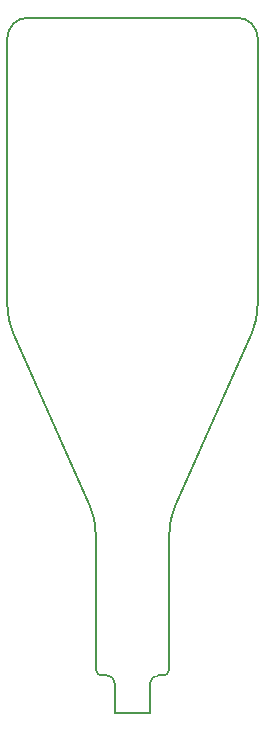
<source format=gm1>
G04*
G04 #@! TF.GenerationSoftware,Altium Limited,Altium Designer,21.8.1 (53)*
G04*
G04 Layer_Color=16711935*
%FSLAX24Y24*%
%MOIN*%
G70*
G04*
G04 #@! TF.SameCoordinates,3F75DA6B-4E5A-4059-B2AF-D795626689C9*
G04*
G04*
G04 #@! TF.FilePolarity,Positive*
G04*
G01*
G75*
%ADD16C,0.0060*%
D16*
X4176Y22476D02*
G03*
X3484Y23168I-692J0D01*
G01*
X1024Y1240D02*
G03*
X1220Y1437I0J197D01*
G01*
X847Y1240D02*
G03*
X592Y984I0J-256D01*
G01*
X1442Y6946D02*
G03*
X1220Y5906I2338J-1041D01*
G01*
X3955Y12591D02*
G03*
X4176Y13631I-2338J1041D01*
G01*
X-4176D02*
G03*
X-3955Y12591I2559J0D01*
G01*
X-1220Y5906D02*
G03*
X-1442Y6946I-2559J0D01*
G01*
X-592Y984D02*
G03*
X-847Y1240I-256J0D01*
G01*
X-1220Y1437D02*
G03*
X-1024Y1240I197J0D01*
G01*
X-3484Y23168D02*
G03*
X-4176Y22476I0J-692D01*
G01*
X848Y1240D02*
X1024D01*
X592Y0D02*
Y984D01*
X1220Y1437D02*
Y5906D01*
X1442Y6946D02*
X3955Y12591D01*
X4176Y13631D02*
Y22476D01*
X-3484Y23168D02*
X3485D01*
X-4176Y13631D02*
Y22476D01*
X-3955Y12591D02*
X-1442Y6946D01*
X-1220Y1437D02*
Y5906D01*
X-592Y0D02*
Y984D01*
X-1024Y1240D02*
X-848D01*
X-592Y0D02*
X592D01*
M02*

</source>
